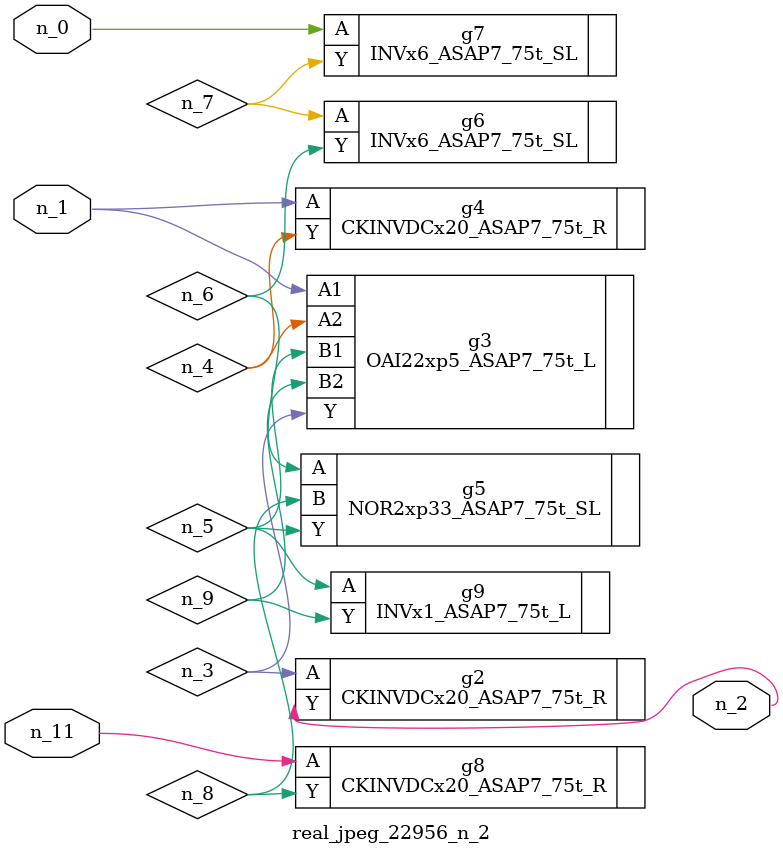
<source format=v>
module real_jpeg_22956_n_2 (n_1, n_11, n_0, n_2);

input n_1;
input n_11;
input n_0;

output n_2;

wire n_5;
wire n_4;
wire n_8;
wire n_6;
wire n_7;
wire n_3;
wire n_9;

INVx6_ASAP7_75t_SL g7 ( 
.A(n_0),
.Y(n_7)
);

OAI22xp5_ASAP7_75t_L g3 ( 
.A1(n_1),
.A2(n_4),
.B1(n_5),
.B2(n_9),
.Y(n_3)
);

CKINVDCx20_ASAP7_75t_R g4 ( 
.A(n_1),
.Y(n_4)
);

CKINVDCx20_ASAP7_75t_R g2 ( 
.A(n_3),
.Y(n_2)
);

INVx1_ASAP7_75t_L g9 ( 
.A(n_5),
.Y(n_9)
);

NOR2xp33_ASAP7_75t_SL g5 ( 
.A(n_6),
.B(n_8),
.Y(n_5)
);

INVx6_ASAP7_75t_SL g6 ( 
.A(n_7),
.Y(n_6)
);

CKINVDCx20_ASAP7_75t_R g8 ( 
.A(n_11),
.Y(n_8)
);


endmodule
</source>
